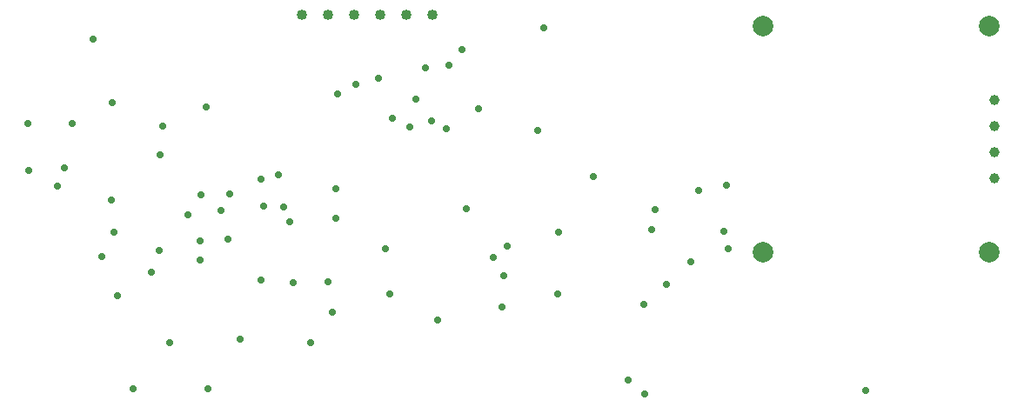
<source format=gbr>
%TF.GenerationSoftware,Altium Limited,Altium Designer,25.5.2 (35)*%
G04 Layer_Color=0*
%FSLAX45Y45*%
%MOMM*%
%TF.SameCoordinates,7619EFF6-2C7F-40E5-9203-650E7B3F98D6*%
%TF.FilePolarity,Positive*%
%TF.FileFunction,Plated,1,2,PTH,Drill*%
%TF.Part,Single*%
G01*
G75*
%TA.AperFunction,ComponentDrill*%
%ADD82C,1.00000*%
%ADD83C,2.00000*%
%ADD84C,1.02000*%
%TA.AperFunction,ViaDrill,NotFilled*%
%ADD85C,0.71120*%
D82*
X9808536Y3082833D02*
D03*
Y2828833D02*
D03*
Y2574833D02*
D03*
Y2320833D02*
D03*
D83*
X9758536Y3801833D02*
D03*
Y1601833D02*
D03*
X7558536D02*
D03*
Y3801833D02*
D03*
D84*
X4338956Y3913960D02*
D03*
X3322956D02*
D03*
X4084956D02*
D03*
X3576956D02*
D03*
X3830956D02*
D03*
X3068956D02*
D03*
D85*
X6396576Y1091081D02*
D03*
X4928089Y1547693D02*
D03*
X5559900Y1196558D02*
D03*
X1273267Y1181052D02*
D03*
X4332935Y2880139D02*
D03*
X3920453Y1196313D02*
D03*
X5418897Y3786574D02*
D03*
X5362318Y2782299D02*
D03*
X7197481Y2252194D02*
D03*
X5907892Y2338311D02*
D03*
X3589806Y3232383D02*
D03*
X6849638Y1507136D02*
D03*
X6239972Y352726D02*
D03*
X5036904Y1373108D02*
D03*
X1036559Y3676043D02*
D03*
X2141249Y3011274D02*
D03*
X836552Y2856050D02*
D03*
X403610Y2851433D02*
D03*
X757621Y2419534D02*
D03*
X2348679Y1726358D02*
D03*
X2670403Y1333028D02*
D03*
X2082887Y2162825D02*
D03*
X1603993Y1409883D02*
D03*
X1783955Y718939D02*
D03*
X3396498Y2219074D02*
D03*
X3397328Y1931474D02*
D03*
X6613174Y1287190D02*
D03*
X5067720Y1655992D02*
D03*
X3368085Y1020787D02*
D03*
X3414850Y3139203D02*
D03*
X4173672Y3094445D02*
D03*
X4497382Y3422747D02*
D03*
X4784359Y2995725D02*
D03*
X4670884Y2024678D02*
D03*
X4473087Y2806591D02*
D03*
X4391679Y940831D02*
D03*
X3156057Y717236D02*
D03*
X2954171Y1895100D02*
D03*
X1958391Y1965036D02*
D03*
X2982078Y1300882D02*
D03*
X1677835Y1613840D02*
D03*
X2469151Y756769D02*
D03*
X1429689Y272716D02*
D03*
X2155502Y270581D02*
D03*
X3878407Y1634740D02*
D03*
X4117506Y2822713D02*
D03*
X5570239Y1795477D02*
D03*
X5016401Y1067210D02*
D03*
X3946144Y2903573D02*
D03*
X3325084Y1309266D02*
D03*
X6929855Y2199194D02*
D03*
X4628749Y3577316D02*
D03*
X8550893Y254465D02*
D03*
X6402425Y223733D02*
D03*
X7176667Y1807865D02*
D03*
X6469156Y1821228D02*
D03*
X6502798Y2016353D02*
D03*
X2362733Y2170151D02*
D03*
X2285079Y2006053D02*
D03*
X2081422Y1707160D02*
D03*
X2694353Y2053589D02*
D03*
X4271283Y3396134D02*
D03*
X7217537Y1637140D02*
D03*
X3816272Y3296261D02*
D03*
X2078696Y1523814D02*
D03*
X2886760Y2040450D02*
D03*
X2668503Y2315453D02*
D03*
X2840198Y2353284D02*
D03*
X1237637Y1792836D02*
D03*
X1709808Y2825640D02*
D03*
X1687121Y2551932D02*
D03*
X1120970Y1554720D02*
D03*
X692855Y2247061D02*
D03*
X411584Y2396445D02*
D03*
X1218850Y3055676D02*
D03*
X1210987Y2108446D02*
D03*
%TF.MD5,289a59e380ce1c8b9253ec7b2a45ca5d*%
M02*

</source>
